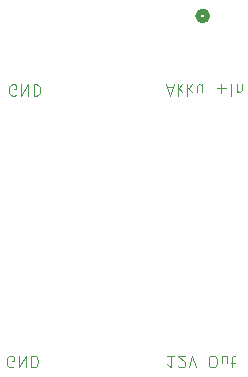
<source format=gbr>
%TF.GenerationSoftware,KiCad,Pcbnew,8.0.1*%
%TF.CreationDate,2024-07-22T19:22:35+02:00*%
%TF.ProjectId,Switch-_and_PowerDistribution-Board,53776974-6368-42d5-9f61-6e645f506f77,rev?*%
%TF.SameCoordinates,Original*%
%TF.FileFunction,Legend,Bot*%
%TF.FilePolarity,Positive*%
%FSLAX46Y46*%
G04 Gerber Fmt 4.6, Leading zero omitted, Abs format (unit mm)*
G04 Created by KiCad (PCBNEW 8.0.1) date 2024-07-22 19:22:35*
%MOMM*%
%LPD*%
G01*
G04 APERTURE LIST*
%ADD10C,0.100000*%
%ADD11C,0.508000*%
G04 APERTURE END LIST*
D10*
X95580193Y-106163380D02*
X95008765Y-106163380D01*
X95294479Y-106163380D02*
X95294479Y-107163380D01*
X95294479Y-107163380D02*
X95199241Y-107020523D01*
X95199241Y-107020523D02*
X95104003Y-106925285D01*
X95104003Y-106925285D02*
X95008765Y-106877666D01*
X95961146Y-107068142D02*
X96008765Y-107115761D01*
X96008765Y-107115761D02*
X96104003Y-107163380D01*
X96104003Y-107163380D02*
X96342098Y-107163380D01*
X96342098Y-107163380D02*
X96437336Y-107115761D01*
X96437336Y-107115761D02*
X96484955Y-107068142D01*
X96484955Y-107068142D02*
X96532574Y-106972904D01*
X96532574Y-106972904D02*
X96532574Y-106877666D01*
X96532574Y-106877666D02*
X96484955Y-106734809D01*
X96484955Y-106734809D02*
X95913527Y-106163380D01*
X95913527Y-106163380D02*
X96532574Y-106163380D01*
X96818289Y-107163380D02*
X97151622Y-106163380D01*
X97151622Y-106163380D02*
X97484955Y-107163380D01*
X98770670Y-107163380D02*
X98961146Y-107163380D01*
X98961146Y-107163380D02*
X99056384Y-107115761D01*
X99056384Y-107115761D02*
X99151622Y-107020523D01*
X99151622Y-107020523D02*
X99199241Y-106830047D01*
X99199241Y-106830047D02*
X99199241Y-106496714D01*
X99199241Y-106496714D02*
X99151622Y-106306238D01*
X99151622Y-106306238D02*
X99056384Y-106211000D01*
X99056384Y-106211000D02*
X98961146Y-106163380D01*
X98961146Y-106163380D02*
X98770670Y-106163380D01*
X98770670Y-106163380D02*
X98675432Y-106211000D01*
X98675432Y-106211000D02*
X98580194Y-106306238D01*
X98580194Y-106306238D02*
X98532575Y-106496714D01*
X98532575Y-106496714D02*
X98532575Y-106830047D01*
X98532575Y-106830047D02*
X98580194Y-107020523D01*
X98580194Y-107020523D02*
X98675432Y-107115761D01*
X98675432Y-107115761D02*
X98770670Y-107163380D01*
X100056384Y-106830047D02*
X100056384Y-106163380D01*
X99627813Y-106830047D02*
X99627813Y-106306238D01*
X99627813Y-106306238D02*
X99675432Y-106211000D01*
X99675432Y-106211000D02*
X99770670Y-106163380D01*
X99770670Y-106163380D02*
X99913527Y-106163380D01*
X99913527Y-106163380D02*
X100008765Y-106211000D01*
X100008765Y-106211000D02*
X100056384Y-106258619D01*
X100389718Y-106830047D02*
X100770670Y-106830047D01*
X100532575Y-107163380D02*
X100532575Y-106306238D01*
X100532575Y-106306238D02*
X100580194Y-106211000D01*
X100580194Y-106211000D02*
X100675432Y-106163380D01*
X100675432Y-106163380D02*
X100770670Y-106163380D01*
X81980193Y-107115761D02*
X81884955Y-107163380D01*
X81884955Y-107163380D02*
X81742098Y-107163380D01*
X81742098Y-107163380D02*
X81599241Y-107115761D01*
X81599241Y-107115761D02*
X81504003Y-107020523D01*
X81504003Y-107020523D02*
X81456384Y-106925285D01*
X81456384Y-106925285D02*
X81408765Y-106734809D01*
X81408765Y-106734809D02*
X81408765Y-106591952D01*
X81408765Y-106591952D02*
X81456384Y-106401476D01*
X81456384Y-106401476D02*
X81504003Y-106306238D01*
X81504003Y-106306238D02*
X81599241Y-106211000D01*
X81599241Y-106211000D02*
X81742098Y-106163380D01*
X81742098Y-106163380D02*
X81837336Y-106163380D01*
X81837336Y-106163380D02*
X81980193Y-106211000D01*
X81980193Y-106211000D02*
X82027812Y-106258619D01*
X82027812Y-106258619D02*
X82027812Y-106591952D01*
X82027812Y-106591952D02*
X81837336Y-106591952D01*
X82456384Y-106163380D02*
X82456384Y-107163380D01*
X82456384Y-107163380D02*
X83027812Y-106163380D01*
X83027812Y-106163380D02*
X83027812Y-107163380D01*
X83504003Y-106163380D02*
X83504003Y-107163380D01*
X83504003Y-107163380D02*
X83742098Y-107163380D01*
X83742098Y-107163380D02*
X83884955Y-107115761D01*
X83884955Y-107115761D02*
X83980193Y-107020523D01*
X83980193Y-107020523D02*
X84027812Y-106925285D01*
X84027812Y-106925285D02*
X84075431Y-106734809D01*
X84075431Y-106734809D02*
X84075431Y-106591952D01*
X84075431Y-106591952D02*
X84027812Y-106401476D01*
X84027812Y-106401476D02*
X83980193Y-106306238D01*
X83980193Y-106306238D02*
X83884955Y-106211000D01*
X83884955Y-106211000D02*
X83742098Y-106163380D01*
X83742098Y-106163380D02*
X83504003Y-106163380D01*
X95008765Y-83449095D02*
X95484955Y-83449095D01*
X94913527Y-83163380D02*
X95246860Y-84163380D01*
X95246860Y-84163380D02*
X95580193Y-83163380D01*
X95913527Y-83163380D02*
X95913527Y-84163380D01*
X96008765Y-83544333D02*
X96294479Y-83163380D01*
X96294479Y-83830047D02*
X95913527Y-83449095D01*
X96723051Y-83163380D02*
X96723051Y-84163380D01*
X96818289Y-83544333D02*
X97104003Y-83163380D01*
X97104003Y-83830047D02*
X96723051Y-83449095D01*
X97961146Y-83830047D02*
X97961146Y-83163380D01*
X97532575Y-83830047D02*
X97532575Y-83306238D01*
X97532575Y-83306238D02*
X97580194Y-83211000D01*
X97580194Y-83211000D02*
X97675432Y-83163380D01*
X97675432Y-83163380D02*
X97818289Y-83163380D01*
X97818289Y-83163380D02*
X97913527Y-83211000D01*
X97913527Y-83211000D02*
X97961146Y-83258619D01*
X99199242Y-83544333D02*
X99961147Y-83544333D01*
X99580194Y-83163380D02*
X99580194Y-83925285D01*
X100437337Y-83163380D02*
X100437337Y-84163380D01*
X100913527Y-83830047D02*
X100913527Y-83163380D01*
X100913527Y-83734809D02*
X100961146Y-83782428D01*
X100961146Y-83782428D02*
X101056384Y-83830047D01*
X101056384Y-83830047D02*
X101199241Y-83830047D01*
X101199241Y-83830047D02*
X101294479Y-83782428D01*
X101294479Y-83782428D02*
X101342098Y-83687190D01*
X101342098Y-83687190D02*
X101342098Y-83163380D01*
X82180193Y-84115761D02*
X82084955Y-84163380D01*
X82084955Y-84163380D02*
X81942098Y-84163380D01*
X81942098Y-84163380D02*
X81799241Y-84115761D01*
X81799241Y-84115761D02*
X81704003Y-84020523D01*
X81704003Y-84020523D02*
X81656384Y-83925285D01*
X81656384Y-83925285D02*
X81608765Y-83734809D01*
X81608765Y-83734809D02*
X81608765Y-83591952D01*
X81608765Y-83591952D02*
X81656384Y-83401476D01*
X81656384Y-83401476D02*
X81704003Y-83306238D01*
X81704003Y-83306238D02*
X81799241Y-83211000D01*
X81799241Y-83211000D02*
X81942098Y-83163380D01*
X81942098Y-83163380D02*
X82037336Y-83163380D01*
X82037336Y-83163380D02*
X82180193Y-83211000D01*
X82180193Y-83211000D02*
X82227812Y-83258619D01*
X82227812Y-83258619D02*
X82227812Y-83591952D01*
X82227812Y-83591952D02*
X82037336Y-83591952D01*
X82656384Y-83163380D02*
X82656384Y-84163380D01*
X82656384Y-84163380D02*
X83227812Y-83163380D01*
X83227812Y-83163380D02*
X83227812Y-84163380D01*
X83704003Y-83163380D02*
X83704003Y-84163380D01*
X83704003Y-84163380D02*
X83942098Y-84163380D01*
X83942098Y-84163380D02*
X84084955Y-84115761D01*
X84084955Y-84115761D02*
X84180193Y-84020523D01*
X84180193Y-84020523D02*
X84227812Y-83925285D01*
X84227812Y-83925285D02*
X84275431Y-83734809D01*
X84275431Y-83734809D02*
X84275431Y-83591952D01*
X84275431Y-83591952D02*
X84227812Y-83401476D01*
X84227812Y-83401476D02*
X84180193Y-83306238D01*
X84180193Y-83306238D02*
X84084955Y-83211000D01*
X84084955Y-83211000D02*
X83942098Y-83163380D01*
X83942098Y-83163380D02*
X83704003Y-83163380D01*
D11*
%TO.C,U1*%
X98401000Y-77407400D02*
G75*
G02*
X97639000Y-77407400I-381000J0D01*
G01*
X97639000Y-77407400D02*
G75*
G02*
X98401000Y-77407400I381000J0D01*
G01*
%TD*%
M02*

</source>
